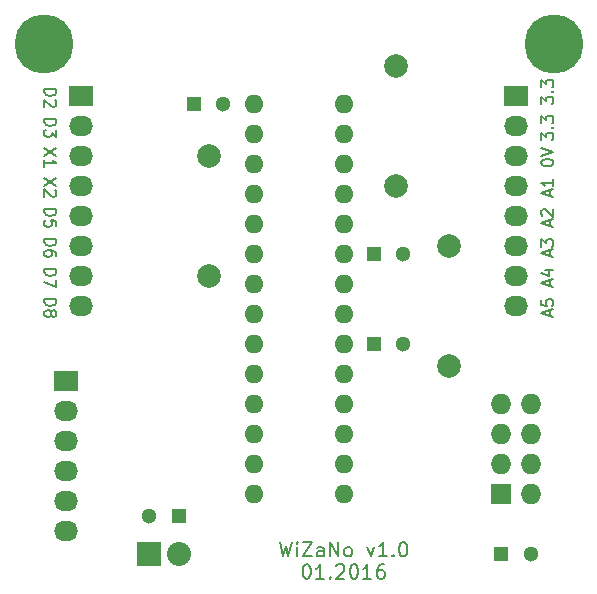
<source format=gts>
G04 #@! TF.FileFunction,Soldermask,Top*
%FSLAX46Y46*%
G04 Gerber Fmt 4.6, Leading zero omitted, Abs format (unit mm)*
G04 Created by KiCad (PCBNEW 4.0.1-3.201512221401+6198~38~ubuntu15.10.1-stable) date lun 04 ene 2016 19:36:38 ART*
%MOMM*%
G01*
G04 APERTURE LIST*
%ADD10C,0.100000*%
%ADD11C,0.200000*%
%ADD12R,1.300000X1.300000*%
%ADD13C,1.300000*%
%ADD14C,1.998980*%
%ADD15O,1.600000X1.600000*%
%ADD16R,2.032000X1.727200*%
%ADD17O,2.032000X1.727200*%
%ADD18R,1.727200X1.727200*%
%ADD19O,1.727200X1.727200*%
%ADD20R,2.032000X2.032000*%
%ADD21O,2.032000X2.032000*%
%ADD22C,5.000000*%
G04 APERTURE END LIST*
D10*
D11*
X188015619Y-87653905D02*
X189015619Y-87653905D01*
X189015619Y-87892000D01*
X188968000Y-88034858D01*
X188872762Y-88130096D01*
X188777524Y-88177715D01*
X188587048Y-88225334D01*
X188444190Y-88225334D01*
X188253714Y-88177715D01*
X188158476Y-88130096D01*
X188063238Y-88034858D01*
X188015619Y-87892000D01*
X188015619Y-87653905D01*
X188920381Y-88606286D02*
X188968000Y-88653905D01*
X189015619Y-88749143D01*
X189015619Y-88987239D01*
X188968000Y-89082477D01*
X188920381Y-89130096D01*
X188825143Y-89177715D01*
X188729905Y-89177715D01*
X188587048Y-89130096D01*
X188015619Y-88558667D01*
X188015619Y-89177715D01*
X188015619Y-105433905D02*
X189015619Y-105433905D01*
X189015619Y-105672000D01*
X188968000Y-105814858D01*
X188872762Y-105910096D01*
X188777524Y-105957715D01*
X188587048Y-106005334D01*
X188444190Y-106005334D01*
X188253714Y-105957715D01*
X188158476Y-105910096D01*
X188063238Y-105814858D01*
X188015619Y-105672000D01*
X188015619Y-105433905D01*
X188587048Y-106576762D02*
X188634667Y-106481524D01*
X188682286Y-106433905D01*
X188777524Y-106386286D01*
X188825143Y-106386286D01*
X188920381Y-106433905D01*
X188968000Y-106481524D01*
X189015619Y-106576762D01*
X189015619Y-106767239D01*
X188968000Y-106862477D01*
X188920381Y-106910096D01*
X188825143Y-106957715D01*
X188777524Y-106957715D01*
X188682286Y-106910096D01*
X188634667Y-106862477D01*
X188587048Y-106767239D01*
X188587048Y-106576762D01*
X188539429Y-106481524D01*
X188491810Y-106433905D01*
X188396571Y-106386286D01*
X188206095Y-106386286D01*
X188110857Y-106433905D01*
X188063238Y-106481524D01*
X188015619Y-106576762D01*
X188015619Y-106767239D01*
X188063238Y-106862477D01*
X188110857Y-106910096D01*
X188206095Y-106957715D01*
X188396571Y-106957715D01*
X188491810Y-106910096D01*
X188539429Y-106862477D01*
X188587048Y-106767239D01*
X188015619Y-102893905D02*
X189015619Y-102893905D01*
X189015619Y-103132000D01*
X188968000Y-103274858D01*
X188872762Y-103370096D01*
X188777524Y-103417715D01*
X188587048Y-103465334D01*
X188444190Y-103465334D01*
X188253714Y-103417715D01*
X188158476Y-103370096D01*
X188063238Y-103274858D01*
X188015619Y-103132000D01*
X188015619Y-102893905D01*
X189015619Y-103798667D02*
X189015619Y-104465334D01*
X188015619Y-104036762D01*
X188015619Y-100353905D02*
X189015619Y-100353905D01*
X189015619Y-100592000D01*
X188968000Y-100734858D01*
X188872762Y-100830096D01*
X188777524Y-100877715D01*
X188587048Y-100925334D01*
X188444190Y-100925334D01*
X188253714Y-100877715D01*
X188158476Y-100830096D01*
X188063238Y-100734858D01*
X188015619Y-100592000D01*
X188015619Y-100353905D01*
X189015619Y-101782477D02*
X189015619Y-101592000D01*
X188968000Y-101496762D01*
X188920381Y-101449143D01*
X188777524Y-101353905D01*
X188587048Y-101306286D01*
X188206095Y-101306286D01*
X188110857Y-101353905D01*
X188063238Y-101401524D01*
X188015619Y-101496762D01*
X188015619Y-101687239D01*
X188063238Y-101782477D01*
X188110857Y-101830096D01*
X188206095Y-101877715D01*
X188444190Y-101877715D01*
X188539429Y-101830096D01*
X188587048Y-101782477D01*
X188634667Y-101687239D01*
X188634667Y-101496762D01*
X188587048Y-101401524D01*
X188539429Y-101353905D01*
X188444190Y-101306286D01*
X188015619Y-97813905D02*
X189015619Y-97813905D01*
X189015619Y-98052000D01*
X188968000Y-98194858D01*
X188872762Y-98290096D01*
X188777524Y-98337715D01*
X188587048Y-98385334D01*
X188444190Y-98385334D01*
X188253714Y-98337715D01*
X188158476Y-98290096D01*
X188063238Y-98194858D01*
X188015619Y-98052000D01*
X188015619Y-97813905D01*
X189015619Y-99290096D02*
X189015619Y-98813905D01*
X188539429Y-98766286D01*
X188587048Y-98813905D01*
X188634667Y-98909143D01*
X188634667Y-99147239D01*
X188587048Y-99242477D01*
X188539429Y-99290096D01*
X188444190Y-99337715D01*
X188206095Y-99337715D01*
X188110857Y-99290096D01*
X188063238Y-99242477D01*
X188015619Y-99147239D01*
X188015619Y-98909143D01*
X188063238Y-98813905D01*
X188110857Y-98766286D01*
X189015619Y-95202476D02*
X188015619Y-95869143D01*
X189015619Y-95869143D02*
X188015619Y-95202476D01*
X188920381Y-96202476D02*
X188968000Y-96250095D01*
X189015619Y-96345333D01*
X189015619Y-96583429D01*
X188968000Y-96678667D01*
X188920381Y-96726286D01*
X188825143Y-96773905D01*
X188729905Y-96773905D01*
X188587048Y-96726286D01*
X188015619Y-96154857D01*
X188015619Y-96773905D01*
X189015619Y-92662476D02*
X188015619Y-93329143D01*
X189015619Y-93329143D02*
X188015619Y-92662476D01*
X188015619Y-94233905D02*
X188015619Y-93662476D01*
X188015619Y-93948190D02*
X189015619Y-93948190D01*
X188872762Y-93852952D01*
X188777524Y-93757714D01*
X188729905Y-93662476D01*
X188015619Y-90193905D02*
X189015619Y-90193905D01*
X189015619Y-90432000D01*
X188968000Y-90574858D01*
X188872762Y-90670096D01*
X188777524Y-90717715D01*
X188587048Y-90765334D01*
X188444190Y-90765334D01*
X188253714Y-90717715D01*
X188158476Y-90670096D01*
X188063238Y-90574858D01*
X188015619Y-90432000D01*
X188015619Y-90193905D01*
X189015619Y-91098667D02*
X189015619Y-91717715D01*
X188634667Y-91384381D01*
X188634667Y-91527239D01*
X188587048Y-91622477D01*
X188539429Y-91670096D01*
X188444190Y-91717715D01*
X188206095Y-91717715D01*
X188110857Y-91670096D01*
X188063238Y-91622477D01*
X188015619Y-91527239D01*
X188015619Y-91241524D01*
X188063238Y-91146286D01*
X188110857Y-91098667D01*
X230084381Y-88931619D02*
X230084381Y-88312571D01*
X230465333Y-88645905D01*
X230465333Y-88503047D01*
X230512952Y-88407809D01*
X230560571Y-88360190D01*
X230655810Y-88312571D01*
X230893905Y-88312571D01*
X230989143Y-88360190D01*
X231036762Y-88407809D01*
X231084381Y-88503047D01*
X231084381Y-88788762D01*
X231036762Y-88884000D01*
X230989143Y-88931619D01*
X230989143Y-87884000D02*
X231036762Y-87836381D01*
X231084381Y-87884000D01*
X231036762Y-87931619D01*
X230989143Y-87884000D01*
X231084381Y-87884000D01*
X230084381Y-87503048D02*
X230084381Y-86884000D01*
X230465333Y-87217334D01*
X230465333Y-87074476D01*
X230512952Y-86979238D01*
X230560571Y-86931619D01*
X230655810Y-86884000D01*
X230893905Y-86884000D01*
X230989143Y-86931619D01*
X231036762Y-86979238D01*
X231084381Y-87074476D01*
X231084381Y-87360191D01*
X231036762Y-87455429D01*
X230989143Y-87503048D01*
X230084381Y-91979619D02*
X230084381Y-91360571D01*
X230465333Y-91693905D01*
X230465333Y-91551047D01*
X230512952Y-91455809D01*
X230560571Y-91408190D01*
X230655810Y-91360571D01*
X230893905Y-91360571D01*
X230989143Y-91408190D01*
X231036762Y-91455809D01*
X231084381Y-91551047D01*
X231084381Y-91836762D01*
X231036762Y-91932000D01*
X230989143Y-91979619D01*
X230989143Y-90932000D02*
X231036762Y-90884381D01*
X231084381Y-90932000D01*
X231036762Y-90979619D01*
X230989143Y-90932000D01*
X231084381Y-90932000D01*
X230084381Y-90551048D02*
X230084381Y-89932000D01*
X230465333Y-90265334D01*
X230465333Y-90122476D01*
X230512952Y-90027238D01*
X230560571Y-89979619D01*
X230655810Y-89932000D01*
X230893905Y-89932000D01*
X230989143Y-89979619D01*
X231036762Y-90027238D01*
X231084381Y-90122476D01*
X231084381Y-90408191D01*
X231036762Y-90503429D01*
X230989143Y-90551048D01*
X230084381Y-93948191D02*
X230084381Y-93852952D01*
X230132000Y-93757714D01*
X230179619Y-93710095D01*
X230274857Y-93662476D01*
X230465333Y-93614857D01*
X230703429Y-93614857D01*
X230893905Y-93662476D01*
X230989143Y-93710095D01*
X231036762Y-93757714D01*
X231084381Y-93852952D01*
X231084381Y-93948191D01*
X231036762Y-94043429D01*
X230989143Y-94091048D01*
X230893905Y-94138667D01*
X230703429Y-94186286D01*
X230465333Y-94186286D01*
X230274857Y-94138667D01*
X230179619Y-94091048D01*
X230132000Y-94043429D01*
X230084381Y-93948191D01*
X230084381Y-93329143D02*
X231084381Y-92995810D01*
X230084381Y-92662476D01*
X230798667Y-96726286D02*
X230798667Y-96250095D01*
X231084381Y-96821524D02*
X230084381Y-96488191D01*
X231084381Y-96154857D01*
X231084381Y-95297714D02*
X231084381Y-95869143D01*
X231084381Y-95583429D02*
X230084381Y-95583429D01*
X230227238Y-95678667D01*
X230322476Y-95773905D01*
X230370095Y-95869143D01*
X230798667Y-99266286D02*
X230798667Y-98790095D01*
X231084381Y-99361524D02*
X230084381Y-99028191D01*
X231084381Y-98694857D01*
X230179619Y-98409143D02*
X230132000Y-98361524D01*
X230084381Y-98266286D01*
X230084381Y-98028190D01*
X230132000Y-97932952D01*
X230179619Y-97885333D01*
X230274857Y-97837714D01*
X230370095Y-97837714D01*
X230512952Y-97885333D01*
X231084381Y-98456762D01*
X231084381Y-97837714D01*
X230798667Y-101806286D02*
X230798667Y-101330095D01*
X231084381Y-101901524D02*
X230084381Y-101568191D01*
X231084381Y-101234857D01*
X230084381Y-100996762D02*
X230084381Y-100377714D01*
X230465333Y-100711048D01*
X230465333Y-100568190D01*
X230512952Y-100472952D01*
X230560571Y-100425333D01*
X230655810Y-100377714D01*
X230893905Y-100377714D01*
X230989143Y-100425333D01*
X231036762Y-100472952D01*
X231084381Y-100568190D01*
X231084381Y-100853905D01*
X231036762Y-100949143D01*
X230989143Y-100996762D01*
X230798667Y-104346286D02*
X230798667Y-103870095D01*
X231084381Y-104441524D02*
X230084381Y-104108191D01*
X231084381Y-103774857D01*
X230417714Y-103012952D02*
X231084381Y-103012952D01*
X230036762Y-103251048D02*
X230751048Y-103489143D01*
X230751048Y-102870095D01*
X230798667Y-106886286D02*
X230798667Y-106410095D01*
X231084381Y-106981524D02*
X230084381Y-106648191D01*
X231084381Y-106314857D01*
X230084381Y-105505333D02*
X230084381Y-105981524D01*
X230560571Y-106029143D01*
X230512952Y-105981524D01*
X230465333Y-105886286D01*
X230465333Y-105648190D01*
X230512952Y-105552952D01*
X230560571Y-105505333D01*
X230655810Y-105457714D01*
X230893905Y-105457714D01*
X230989143Y-105505333D01*
X231036762Y-105552952D01*
X231084381Y-105648190D01*
X231084381Y-105886286D01*
X231036762Y-105981524D01*
X230989143Y-106029143D01*
X207931429Y-126037857D02*
X208217143Y-127237857D01*
X208445714Y-126380714D01*
X208674286Y-127237857D01*
X208960000Y-126037857D01*
X209417143Y-127237857D02*
X209417143Y-126437857D01*
X209417143Y-126037857D02*
X209360000Y-126095000D01*
X209417143Y-126152143D01*
X209474286Y-126095000D01*
X209417143Y-126037857D01*
X209417143Y-126152143D01*
X209874287Y-126037857D02*
X210674287Y-126037857D01*
X209874287Y-127237857D01*
X210674287Y-127237857D01*
X211645715Y-127237857D02*
X211645715Y-126609286D01*
X211588572Y-126495000D01*
X211474286Y-126437857D01*
X211245715Y-126437857D01*
X211131429Y-126495000D01*
X211645715Y-127180714D02*
X211531429Y-127237857D01*
X211245715Y-127237857D01*
X211131429Y-127180714D01*
X211074286Y-127066429D01*
X211074286Y-126952143D01*
X211131429Y-126837857D01*
X211245715Y-126780714D01*
X211531429Y-126780714D01*
X211645715Y-126723571D01*
X212217143Y-127237857D02*
X212217143Y-126037857D01*
X212902858Y-127237857D01*
X212902858Y-126037857D01*
X213645715Y-127237857D02*
X213531429Y-127180714D01*
X213474286Y-127123571D01*
X213417143Y-127009286D01*
X213417143Y-126666429D01*
X213474286Y-126552143D01*
X213531429Y-126495000D01*
X213645715Y-126437857D01*
X213817143Y-126437857D01*
X213931429Y-126495000D01*
X213988572Y-126552143D01*
X214045715Y-126666429D01*
X214045715Y-127009286D01*
X213988572Y-127123571D01*
X213931429Y-127180714D01*
X213817143Y-127237857D01*
X213645715Y-127237857D01*
X215360001Y-126437857D02*
X215645715Y-127237857D01*
X215931429Y-126437857D01*
X217017144Y-127237857D02*
X216331429Y-127237857D01*
X216674287Y-127237857D02*
X216674287Y-126037857D01*
X216560001Y-126209286D01*
X216445715Y-126323571D01*
X216331429Y-126380714D01*
X217531429Y-127123571D02*
X217588572Y-127180714D01*
X217531429Y-127237857D01*
X217474286Y-127180714D01*
X217531429Y-127123571D01*
X217531429Y-127237857D01*
X218331430Y-126037857D02*
X218445715Y-126037857D01*
X218560001Y-126095000D01*
X218617144Y-126152143D01*
X218674287Y-126266429D01*
X218731430Y-126495000D01*
X218731430Y-126780714D01*
X218674287Y-127009286D01*
X218617144Y-127123571D01*
X218560001Y-127180714D01*
X218445715Y-127237857D01*
X218331430Y-127237857D01*
X218217144Y-127180714D01*
X218160001Y-127123571D01*
X218102858Y-127009286D01*
X218045715Y-126780714D01*
X218045715Y-126495000D01*
X218102858Y-126266429D01*
X218160001Y-126152143D01*
X218217144Y-126095000D01*
X218331430Y-126037857D01*
X210160001Y-127917857D02*
X210274286Y-127917857D01*
X210388572Y-127975000D01*
X210445715Y-128032143D01*
X210502858Y-128146429D01*
X210560001Y-128375000D01*
X210560001Y-128660714D01*
X210502858Y-128889286D01*
X210445715Y-129003571D01*
X210388572Y-129060714D01*
X210274286Y-129117857D01*
X210160001Y-129117857D01*
X210045715Y-129060714D01*
X209988572Y-129003571D01*
X209931429Y-128889286D01*
X209874286Y-128660714D01*
X209874286Y-128375000D01*
X209931429Y-128146429D01*
X209988572Y-128032143D01*
X210045715Y-127975000D01*
X210160001Y-127917857D01*
X211702858Y-129117857D02*
X211017143Y-129117857D01*
X211360001Y-129117857D02*
X211360001Y-127917857D01*
X211245715Y-128089286D01*
X211131429Y-128203571D01*
X211017143Y-128260714D01*
X212217143Y-129003571D02*
X212274286Y-129060714D01*
X212217143Y-129117857D01*
X212160000Y-129060714D01*
X212217143Y-129003571D01*
X212217143Y-129117857D01*
X212731429Y-128032143D02*
X212788572Y-127975000D01*
X212902858Y-127917857D01*
X213188572Y-127917857D01*
X213302858Y-127975000D01*
X213360001Y-128032143D01*
X213417144Y-128146429D01*
X213417144Y-128260714D01*
X213360001Y-128432143D01*
X212674287Y-129117857D01*
X213417144Y-129117857D01*
X214160001Y-127917857D02*
X214274286Y-127917857D01*
X214388572Y-127975000D01*
X214445715Y-128032143D01*
X214502858Y-128146429D01*
X214560001Y-128375000D01*
X214560001Y-128660714D01*
X214502858Y-128889286D01*
X214445715Y-129003571D01*
X214388572Y-129060714D01*
X214274286Y-129117857D01*
X214160001Y-129117857D01*
X214045715Y-129060714D01*
X213988572Y-129003571D01*
X213931429Y-128889286D01*
X213874286Y-128660714D01*
X213874286Y-128375000D01*
X213931429Y-128146429D01*
X213988572Y-128032143D01*
X214045715Y-127975000D01*
X214160001Y-127917857D01*
X215702858Y-129117857D02*
X215017143Y-129117857D01*
X215360001Y-129117857D02*
X215360001Y-127917857D01*
X215245715Y-128089286D01*
X215131429Y-128203571D01*
X215017143Y-128260714D01*
X216731429Y-127917857D02*
X216502858Y-127917857D01*
X216388572Y-127975000D01*
X216331429Y-128032143D01*
X216217143Y-128203571D01*
X216160000Y-128432143D01*
X216160000Y-128889286D01*
X216217143Y-129003571D01*
X216274286Y-129060714D01*
X216388572Y-129117857D01*
X216617143Y-129117857D01*
X216731429Y-129060714D01*
X216788572Y-129003571D01*
X216845715Y-128889286D01*
X216845715Y-128603571D01*
X216788572Y-128489286D01*
X216731429Y-128432143D01*
X216617143Y-128375000D01*
X216388572Y-128375000D01*
X216274286Y-128432143D01*
X216217143Y-128489286D01*
X216160000Y-128603571D01*
D12*
X215900000Y-109220000D03*
D13*
X218400000Y-109220000D03*
D12*
X200660000Y-88900000D03*
D13*
X203160000Y-88900000D03*
D12*
X215900000Y-101600000D03*
D13*
X218400000Y-101600000D03*
D14*
X201930000Y-103505000D03*
X201930000Y-93345000D03*
X217805000Y-95885000D03*
X217805000Y-85725000D03*
X222250000Y-111125000D03*
X222250000Y-100965000D03*
D12*
X226695000Y-127000000D03*
D13*
X229195000Y-127000000D03*
D15*
X205740000Y-88900000D03*
X205740000Y-91440000D03*
X205740000Y-93980000D03*
X205740000Y-96520000D03*
X205740000Y-99060000D03*
X205740000Y-101600000D03*
X205740000Y-104140000D03*
X205740000Y-106680000D03*
X205740000Y-109220000D03*
X205740000Y-111760000D03*
X205740000Y-114300000D03*
X205740000Y-116840000D03*
X205740000Y-119380000D03*
X205740000Y-121920000D03*
X213360000Y-121920000D03*
X213360000Y-119380000D03*
X213360000Y-116840000D03*
X213360000Y-114300000D03*
X213360000Y-111760000D03*
X213360000Y-109220000D03*
X213360000Y-106680000D03*
X213360000Y-104140000D03*
X213360000Y-101600000D03*
X213360000Y-99060000D03*
X213360000Y-96520000D03*
X213360000Y-93980000D03*
X213360000Y-91440000D03*
X213360000Y-88900000D03*
D16*
X189865000Y-112395000D03*
D17*
X189865000Y-114935000D03*
X189865000Y-117475000D03*
X189865000Y-120015000D03*
X189865000Y-122555000D03*
X189865000Y-125095000D03*
D16*
X191135000Y-88265000D03*
D17*
X191135000Y-90805000D03*
X191135000Y-93345000D03*
X191135000Y-95885000D03*
X191135000Y-98425000D03*
X191135000Y-100965000D03*
X191135000Y-103505000D03*
X191135000Y-106045000D03*
D16*
X227965000Y-88265000D03*
D17*
X227965000Y-90805000D03*
X227965000Y-93345000D03*
X227965000Y-95885000D03*
X227965000Y-98425000D03*
X227965000Y-100965000D03*
X227965000Y-103505000D03*
X227965000Y-106045000D03*
D18*
X226695000Y-121920000D03*
D19*
X229235000Y-121920000D03*
X226695000Y-119380000D03*
X229235000Y-119380000D03*
X226695000Y-116840000D03*
X229235000Y-116840000D03*
X226695000Y-114300000D03*
X229235000Y-114300000D03*
D20*
X196850000Y-127000000D03*
D21*
X199390000Y-127000000D03*
D22*
X187960000Y-83820000D03*
X231140000Y-83820000D03*
D12*
X199390000Y-123825000D03*
D13*
X196890000Y-123825000D03*
M02*

</source>
